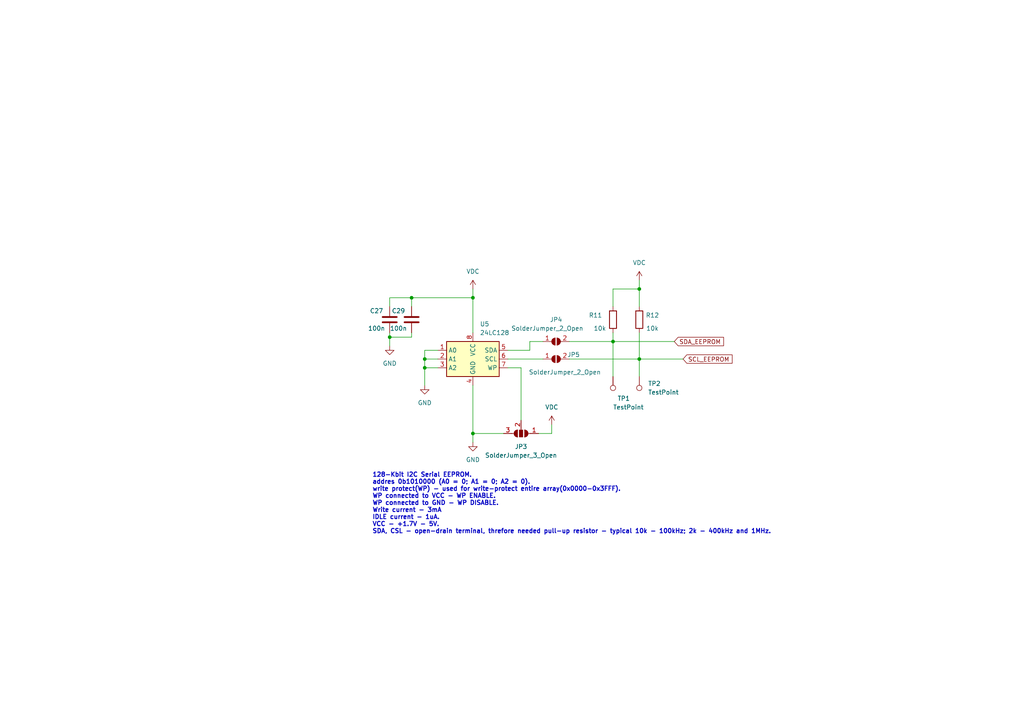
<source format=kicad_sch>
(kicad_sch (version 20211123) (generator eeschema)
  (paper "A4")
  (lib_symbols
    (symbol "Connector:TestPoint" (pin_numbers hide) (pin_names (offset 0.762) hide)
      (property "Reference" "TP" (at 0 6.858 0))
      (property "Value" "TestPoint" (at 0 5.08 0))
      (symbol "TestPoint_0_1"
        (circle (center 0 3.302) (radius 0.762))
      )
      (symbol "TestPoint_1_1"
        (pin passive line (at 0 0 90) (length 2.54) (name "1") (number "1"))
      )
    )
    (symbol "Device:C" (pin_numbers hide) (pin_names (offset 0.254))
      (property "Reference" "C" (at 0.635 2.54 0))
      (property "Value" "C" (at 0.635 -2.54 0))
      (symbol "C_0_1"
        (polyline (pts (xy -2.032 -0.762) (xy 2.032 -0.762)) (stroke (width 0.508)))
        (polyline (pts (xy -2.032 0.762) (xy 2.032 0.762)) (stroke (width 0.508)))
      )
      (symbol "C_1_1"
        (pin passive line (at 0 3.81 270) (length 2.794) (name "~") (number "1"))
        (pin passive line (at 0 -3.81 90) (length 2.794) (name "~") (number "2"))
      )
    )
    (symbol "Device:R" (pin_numbers hide) (pin_names (offset 0))
      (property "Reference" "R" (at 2.032 0 90))
      (property "Value" "R" (at 0 0 90))
      (symbol "R_0_1"
        (rectangle (start -1.016 -2.54) (end 1.016 2.54) (stroke (width 0.254)))
      )
      (symbol "R_1_1"
        (pin passive line (at 0 3.81 270) (length 1.27) (name "~") (number "1"))
        (pin passive line (at 0 -3.81 90) (length 1.27) (name "~") (number "2"))
      )
    )
    (symbol "Jumper:SolderJumper_2_Open" (pin_names (offset 0) hide)
      (property "Reference" "JP" (at 0 2.032 0))
      (property "Value" "SolderJumper_2_Open" (at 0 -2.54 0))
      (symbol "SolderJumper_2_Open_0_1"
        (arc (start -0.254 1.016) (mid -1.27 0) (end -0.254 -1.016))
        (arc (start -0.254 1.016) (mid -1.27 0) (end -0.254 -1.016) (fill (type outline)))
        (polyline (pts (xy -0.254 1.016) (xy -0.254 -1.016)))
        (polyline (pts (xy 0.254 1.016) (xy 0.254 -1.016)))
        (arc (start 0.254 -1.016) (mid 1.27 0) (end 0.254 1.016))
        (arc (start 0.254 -1.016) (mid 1.27 0) (end 0.254 1.016) (fill (type outline)))
      )
      (symbol "SolderJumper_2_Open_1_1"
        (pin passive line (at -3.81 0 0) (length 2.54) (name "A") (number "1"))
        (pin passive line (at 3.81 0 180) (length 2.54) (name "B") (number "2"))
      )
    )
    (symbol "Jumper:SolderJumper_3_Open" (pin_names (offset 0) hide)
      (property "Reference" "JP" (at -2.54 -2.54 0))
      (property "Value" "SolderJumper_3_Open" (at 0 2.794 0))
      (symbol "SolderJumper_3_Open_0_1"
        (arc (start -1.016 1.016) (mid -2.032 0) (end -1.016 -1.016))
        (arc (start -1.016 1.016) (mid -2.032 0) (end -1.016 -1.016) (fill (type outline)))
        (rectangle (start -0.508 1.016) (end 0.508 -1.016) (fill (type outline)))
        (polyline (pts (xy -2.54 0) (xy -2.032 0)))
        (polyline (pts (xy -1.016 1.016) (xy -1.016 -1.016)))
        (polyline (pts (xy 0 -1.27) (xy 0 -1.016)))
        (polyline (pts (xy 1.016 1.016) (xy 1.016 -1.016)))
        (polyline (pts (xy 2.54 0) (xy 2.032 0)))
        (arc (start 1.016 -1.016) (mid 2.032 0) (end 1.016 1.016))
        (arc (start 1.016 -1.016) (mid 2.032 0) (end 1.016 1.016) (fill (type outline)))
      )
      (symbol "SolderJumper_3_Open_1_1"
        (pin passive line (at -5.08 0 0) (length 2.54) (name "A") (number "1"))
        (pin input line (at 0 -3.81 90) (length 2.54) (name "C") (number "2"))
        (pin passive line (at 5.08 0 180) (length 2.54) (name "B") (number "3"))
      )
    )
    (symbol "Memory_EEPROM:24LC128"
      (property "Reference" "U" (at -6.35 6.35 0))
      (property "Value" "24LC128" (at 1.27 6.35 0))
      (symbol "24LC128_1_1"
        (rectangle (start -7.62 5.08) (end 7.62 -5.08) (stroke (width 0.254)) (fill (type background)))
        (pin input line (at -10.16 2.54 0) (length 2.54) (name "A0") (number "1"))
        (pin input line (at -10.16 0 0) (length 2.54) (name "A1") (number "2"))
        (pin input line (at -10.16 -2.54 0) (length 2.54) (name "A2") (number "3"))
        (pin power_in line (at 0 -7.62 90) (length 2.54) (name "GND") (number "4"))
        (pin bidirectional line (at 10.16 2.54 180) (length 2.54) (name "SDA") (number "5"))
        (pin input line (at 10.16 0 180) (length 2.54) (name "SCL") (number "6"))
        (pin input line (at 10.16 -2.54 180) (length 2.54) (name "WP") (number "7"))
        (pin power_in line (at 0 7.62 270) (length 2.54) (name "VCC") (number "8"))
      )
    )
    (symbol "power:GND" (power) (pin_names (offset 0))
      (property "Value" "GND" (at 0 -3.81 0))
      (symbol "GND_0_1"
        (polyline (pts (xy 0 0) (xy 0 -1.27) (xy 1.27 -1.27) (xy 0 -2.54) (xy -1.27 -1.27) (xy 0 -1.27)))
      )
      (symbol "GND_1_1"
        (pin power_in line (at 0 0 270) (length 0) hide (name "GND") (number "1"))
      )
    )
    (symbol "power:VDC" (power) (pin_names (offset 0))
      (property "Value" "VDC" (at 0 6.35 0))
      (symbol "VDC_0_1"
        (polyline (pts (xy -0.762 1.27) (xy 0 2.54)))
        (polyline (pts (xy 0 0) (xy 0 2.54)))
        (polyline (pts (xy 0 2.54) (xy 0.762 1.27)))
      )
      (symbol "VDC_1_1"
        (pin power_in line (at 0 0 90) (length 0) hide (name "VDC") (number "1"))
      )
    )
  )
  (junction (at 185.42 104.14))
  (junction (at 137.16 125.73))
  (junction (at 177.8 99.06))
  (junction (at 119.38 86.36))
  (junction (at 123.19 104.14))
  (junction (at 185.42 83.82))
  (junction (at 123.19 106.68))
  (junction (at 137.16 86.36))
  (junction (at 113.03 97.79))
  (wire (pts (xy 113.03 96.52) (xy 113.03 97.79)))
  (wire (pts (xy 165.1 104.14) (xy 185.42 104.14)))
  (wire (pts (xy 137.16 86.36) (xy 137.16 96.52)))
  (wire (pts (xy 177.8 83.82) (xy 185.42 83.82)))
  (wire (pts (xy 113.03 88.9) (xy 113.03 86.36)))
  (wire (pts (xy 185.42 83.82) (xy 185.42 81.28)))
  (wire (pts (xy 119.38 96.52) (xy 119.38 97.79)))
  (wire (pts (xy 119.38 86.36) (xy 137.16 86.36)))
  (wire (pts (xy 185.42 96.52) (xy 185.42 104.14)))
  (wire (pts (xy 147.32 104.14) (xy 157.48 104.14)))
  (wire (pts (xy 160.02 125.73) (xy 156.21 125.73)))
  (wire (pts (xy 147.32 106.68) (xy 151.13 106.68)))
  (wire (pts (xy 153.67 101.6) (xy 153.67 99.06)))
  (wire (pts (xy 160.02 123.19) (xy 160.02 125.73)))
  (wire (pts (xy 177.8 109.22) (xy 177.8 99.06)))
  (wire (pts (xy 177.8 83.82) (xy 177.8 88.9)))
  (wire (pts (xy 177.8 99.06) (xy 195.58 99.06)))
  (wire (pts (xy 137.16 125.73) (xy 137.16 128.27)))
  (wire (pts (xy 165.1 99.06) (xy 177.8 99.06)))
  (wire (pts (xy 137.16 125.73) (xy 146.05 125.73)))
  (wire (pts (xy 177.8 96.52) (xy 177.8 99.06)))
  (wire (pts (xy 151.13 106.68) (xy 151.13 121.92)))
  (wire (pts (xy 185.42 104.14) (xy 198.12 104.14)))
  (wire (pts (xy 147.32 101.6) (xy 153.67 101.6)))
  (wire (pts (xy 123.19 106.68) (xy 127 106.68)))
  (wire (pts (xy 153.67 99.06) (xy 157.48 99.06)))
  (wire (pts (xy 113.03 86.36) (xy 119.38 86.36)))
  (wire (pts (xy 137.16 111.76) (xy 137.16 125.73)))
  (wire (pts (xy 113.03 97.79) (xy 113.03 100.33)))
  (wire (pts (xy 137.16 83.82) (xy 137.16 86.36)))
  (wire (pts (xy 123.19 106.68) (xy 123.19 111.76)))
  (wire (pts (xy 119.38 88.9) (xy 119.38 86.36)))
  (wire (pts (xy 123.19 101.6) (xy 123.19 104.14)))
  (wire (pts (xy 127 101.6) (xy 123.19 101.6)))
  (wire (pts (xy 123.19 104.14) (xy 123.19 106.68)))
  (wire (pts (xy 185.42 109.22) (xy 185.42 104.14)))
  (wire (pts (xy 185.42 83.82) (xy 185.42 88.9)))
  (wire (pts (xy 119.38 97.79) (xy 113.03 97.79)))
  (wire (pts (xy 123.19 104.14) (xy 127 104.14)))
  (text "128-Kbit I2C Serial EEPROM.\naddres 0b1010000 (A0 = 0; A1 = 0; A2 = 0).\nwrite protect(WP) - used for write-protect entire array(0x0000-0x3FFF).\nWP connected to VCC - WP ENABLE.\nWP connected to GND - WP DISABLE.\nWrite current - 3mA\nIDLE current - 1uA.\nVCC - +1.7V - 5V.\nSDA, CSL - open-drain terminal, threfore needed pull-up resistor - typical 10k - 100kHz; 2k - 400kHz and 1MHz." (at 107.95 154.94 0) (effects (font (size 1.27 1.27) (thickness 0.254) bold) (justify left bottom)))
  (global_label "SDA_EEPROM" (shape input) (at 195.58 99.06 0) (effects (font (size 1.2446 1.2446))) (property "Intersheet References" "${INTERSHEET_REFS}" (effects hide)))
  (global_label "SCL_EEPROM" (shape input) (at 198.12 104.14 0) (effects (font (size 1.2446 1.2446))) (property "Intersheet References" "${INTERSHEET_REFS}" (effects hide)))
  (symbol (lib_id "power:VDC") (at 137.16 83.82 0) (unit 1)
    (property "Reference" "#PWR056" (effects hide))
    (property "Value" "VDC" (at 137.16 78.74 0))
  )
  (symbol (lib_id "Jumper:SolderJumper_2_Open") (at 161.29 104.14 0) (unit 1)
    (property "Reference" "JP5" (at 166.37 102.87 0))
    (property "Value" "SolderJumper_2_Open" (at 163.83 107.95 0))
    (property "Footprint" "Jumper:SolderJumper-2_P1.3mm_Open_TrianglePad1.0x1.5mm" (effects hide))
  )
  (symbol (lib_id "Connector:TestPoint") (at 185.42 109.22 180) (unit 1)
    (property "Reference" "TP2" (at 187.96 111.2519 0) (effects (justify right)))
    (property "Value" "TestPoint" (at 187.96 113.7919 0) (effects (justify right)))
    (property "Footprint" "TestPoint:TestPoint_Pad_D1.0mm" (effects hide))
  )
  (symbol (lib_id "Device:C") (at 113.03 92.71 0) (unit 1)
    (property "Reference" "C27" (at 109.22 90.17 0))
    (property "Value" "100n" (at 109.22 95.25 0))
    (property "Footprint" "Capacitor_SMD:C_0805_2012Metric" (effects hide))
  )
  (symbol (lib_id "power:GND") (at 123.19 111.76 0) (unit 1)
    (property "Reference" "#PWR055" (effects hide))
    (property "Value" "GND" (at 123.19 116.84 0))
  )
  (symbol (lib_id "Jumper:SolderJumper_3_Open") (at 151.13 125.73 180) (unit 1)
    (property "Reference" "JP3" (at 151.13 129.54 0))
    (property "Value" "SolderJumper_3_Open" (at 151.13 132.08 0))
    (property "Footprint" "Jumper:SolderJumper-3_P1.3mm_Open_RoundedPad1.0x1.5mm_NumberLabels" (effects hide))
  )
  (symbol (lib_id "power:GND") (at 137.16 128.27 0) (unit 1)
    (property "Reference" "#PWR057" (effects hide))
    (property "Value" "GND" (at 137.16 133.35 0))
  )
  (symbol (lib_id "Device:C") (at 119.38 92.71 0) (unit 1)
    (property "Reference" "C29" (at 115.57 90.17 0))
    (property "Value" "100n" (at 115.57 95.25 0))
    (property "Footprint" "Capacitor_SMD:C_0805_2012Metric" (effects hide))
  )
  (symbol (lib_id "power:GND") (at 113.03 100.33 0) (unit 1)
    (property "Reference" "#PWR054" (effects hide))
    (property "Value" "GND" (at 113.03 105.41 0))
  )
  (symbol (lib_id "power:VDC") (at 185.42 81.28 0) (unit 1)
    (property "Reference" "#PWR059" (effects hide))
    (property "Value" "VDC" (at 185.42 76.2 0))
  )
  (symbol (lib_id "Device:R") (at 177.8 92.71 180) (unit 1)
    (property "Reference" "R11" (at 172.72 91.44 0))
    (property "Value" "10k" (at 173.99 95.25 0))
    (property "Footprint" "Resistor_SMD:R_0805_2012Metric" (effects hide))
  )
  (symbol (lib_id "Connector:TestPoint") (at 177.8 109.22 180) (unit 1)
    (property "Reference" "TP1" (at 179.07 115.57 0) (effects (justify right)))
    (property "Value" "TestPoint" (at 177.8 118.11 0) (effects (justify right)))
    (property "Footprint" "TestPoint:TestPoint_Pad_D1.0mm" (effects hide))
  )
  (symbol (lib_id "Device:R") (at 185.42 92.71 180) (unit 1)
    (property "Reference" "R12" (at 189.23 91.44 0))
    (property "Value" "10k" (at 189.23 95.25 0))
    (property "Footprint" "Resistor_SMD:R_0805_2012Metric" (effects hide))
  )
  (symbol (lib_id "Jumper:SolderJumper_2_Open") (at 161.29 99.06 0) (unit 1)
    (property "Reference" "JP4" (at 161.29 92.71 0))
    (property "Value" "SolderJumper_2_Open" (at 158.75 95.25 0))
    (property "Footprint" "Jumper:SolderJumper-2_P1.3mm_Open_TrianglePad1.0x1.5mm" (effects hide))
  )
  (symbol (lib_id "Memory_EEPROM:24LC128") (at 137.16 104.14 0) (unit 1)
    (property "Reference" "U5" (at 139.1794 93.98 0) (effects (justify left)))
    (property "Value" "24LC128" (at 139.1794 96.52 0) (effects (justify left)))
    (property "Footprint" "Package_SO:SOIC-8_3.9x4.9mm_P1.27mm" (effects hide))
    (property "Datasheet" "http://ww1.microchip.com/downloads/en/DeviceDoc/21191s.pdf" (effects hide))
  )
  (symbol (lib_id "power:VDC") (at 160.02 123.19 0) (unit 1)
    (property "Reference" "#PWR058" (effects hide))
    (property "Value" "VDC" (at 160.02 118.11 0))
  )
)
</source>
